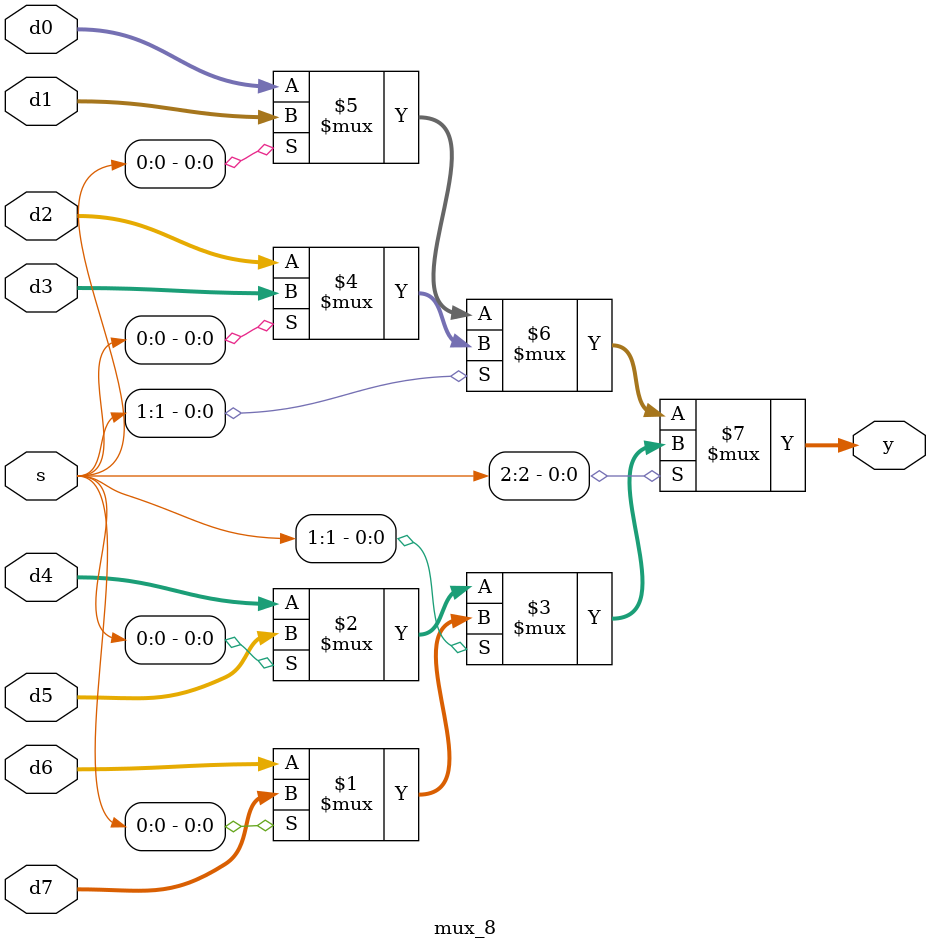
<source format=sv>
`timescale 1ns/1ps

module mux_8 
#(parameter WIDTH = 32)
(
    input   logic   [WIDTH-1:0] d0, d1, d2, d3, d4, d5, d6, d7,
    input   logic   [2:0]       s,
    output  logic   [WIDTH-1:0] y
);

assign y = s[2] ? (s[1] ? (s[0] ? d7 : d6) : (s[0] ? d5 : d4))
                : (s[1] ? (s[0] ? d3 : d2) : (s[0] ? d1 : d0));

endmodule:mux_8

</source>
